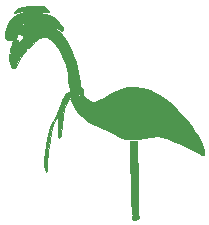
<source format=gbo>
G04 #@! TF.GenerationSoftware,KiCad,Pcbnew,7.0.2*
G04 #@! TF.CreationDate,2023-06-01T00:45:36-07:00*
G04 #@! TF.ProjectId,Reflow Skillet Rev 1,5265666c-6f77-4205-936b-696c6c657420,rev?*
G04 #@! TF.SameCoordinates,Original*
G04 #@! TF.FileFunction,Legend,Bot*
G04 #@! TF.FilePolarity,Positive*
%FSLAX46Y46*%
G04 Gerber Fmt 4.6, Leading zero omitted, Abs format (unit mm)*
G04 Created by KiCad (PCBNEW 7.0.2) date 2023-06-01 00:45:36*
%MOMM*%
%LPD*%
G01*
G04 APERTURE LIST*
%ADD10C,0.010000*%
%ADD11C,1.879600*%
%ADD12R,1.700000X1.700000*%
%ADD13C,1.700000*%
%ADD14C,1.930400*%
%ADD15C,2.500000*%
%ADD16R,2.100000X2.100000*%
%ADD17C,2.100000*%
G04 APERTURE END LIST*
D10*
X135448829Y-57889751D02*
X135594962Y-57932790D01*
X135634568Y-58041223D01*
X135626613Y-58128385D01*
X135578124Y-58252889D01*
X135475698Y-58291201D01*
X135281790Y-58309334D01*
X135194333Y-58305832D01*
X135071465Y-58252024D01*
X135041901Y-58097667D01*
X135055797Y-57972980D01*
X135137837Y-57901815D01*
X135338235Y-57886001D01*
X135448829Y-57889751D01*
G36*
X135448829Y-57889751D02*
G01*
X135594962Y-57932790D01*
X135634568Y-58041223D01*
X135626613Y-58128385D01*
X135578124Y-58252889D01*
X135475698Y-58291201D01*
X135281790Y-58309334D01*
X135194333Y-58305832D01*
X135071465Y-58252024D01*
X135041901Y-58097667D01*
X135055797Y-57972980D01*
X135137837Y-57901815D01*
X135338235Y-57886001D01*
X135448829Y-57889751D01*
G37*
X135498298Y-52573167D02*
X135506489Y-52750717D01*
X135522078Y-53188452D01*
X135537497Y-53736724D01*
X135551819Y-54357408D01*
X135564118Y-55012376D01*
X135573464Y-55663501D01*
X135598863Y-57801334D01*
X135061192Y-57801334D01*
X135010421Y-56467834D01*
X134994609Y-56038578D01*
X134972644Y-55411356D01*
X134949397Y-54720293D01*
X134926802Y-54023104D01*
X134906795Y-53377501D01*
X134853940Y-51620667D01*
X135448530Y-51620667D01*
X135498298Y-52573167D01*
G36*
X135498298Y-52573167D02*
G01*
X135506489Y-52750717D01*
X135522078Y-53188452D01*
X135537497Y-53736724D01*
X135551819Y-54357408D01*
X135564118Y-55012376D01*
X135573464Y-55663501D01*
X135598863Y-57801334D01*
X135061192Y-57801334D01*
X135010421Y-56467834D01*
X134994609Y-56038578D01*
X134972644Y-55411356D01*
X134949397Y-54720293D01*
X134926802Y-54023104D01*
X134906795Y-53377501D01*
X134853940Y-51620667D01*
X135448530Y-51620667D01*
X135498298Y-52573167D01*
G37*
X130821077Y-47157605D02*
X130887407Y-47322343D01*
X130893594Y-47340361D01*
X130944429Y-47522568D01*
X130948766Y-47614025D01*
X130880303Y-47641544D01*
X130687455Y-47699308D01*
X130419217Y-47770809D01*
X130208844Y-47833607D01*
X129878638Y-47992107D01*
X129622963Y-48220454D01*
X129431627Y-48538217D01*
X129294440Y-48964962D01*
X129201211Y-49520256D01*
X129141749Y-50223667D01*
X129124454Y-50482672D01*
X129081258Y-50897327D01*
X129023701Y-51170474D01*
X128946973Y-51320720D01*
X128846266Y-51366667D01*
X128815324Y-51337452D01*
X128787911Y-51180899D01*
X128782146Y-50878969D01*
X128797444Y-50420307D01*
X128810536Y-50136676D01*
X128821363Y-49826713D01*
X128818129Y-49648204D01*
X128797609Y-49578353D01*
X128756580Y-49594365D01*
X128691819Y-49673444D01*
X128551576Y-49895976D01*
X128366398Y-50334787D01*
X128208333Y-50908975D01*
X128075658Y-51626727D01*
X127966645Y-52496229D01*
X127879568Y-53525667D01*
X127869337Y-53672844D01*
X127844127Y-53999897D01*
X127821294Y-54185170D01*
X127794572Y-54248964D01*
X127757697Y-54211584D01*
X127704404Y-54093332D01*
X127667366Y-53986221D01*
X127635710Y-53806207D01*
X127626901Y-53560218D01*
X127640198Y-53214222D01*
X127674863Y-52734188D01*
X127762438Y-51935371D01*
X127913856Y-51138222D01*
X128121884Y-50474089D01*
X128390511Y-49927334D01*
X128436839Y-49847476D01*
X128607095Y-49510524D01*
X128785903Y-49104867D01*
X128941417Y-48701376D01*
X129004800Y-48527518D01*
X129139080Y-48193952D01*
X129261790Y-47930329D01*
X129352555Y-47782200D01*
X129427267Y-47711949D01*
X129697656Y-47529027D01*
X130063440Y-47340810D01*
X130476625Y-47173295D01*
X130586771Y-47135143D01*
X130740614Y-47102370D01*
X130821077Y-47157605D01*
G36*
X130821077Y-47157605D02*
G01*
X130887407Y-47322343D01*
X130893594Y-47340361D01*
X130944429Y-47522568D01*
X130948766Y-47614025D01*
X130880303Y-47641544D01*
X130687455Y-47699308D01*
X130419217Y-47770809D01*
X130208844Y-47833607D01*
X129878638Y-47992107D01*
X129622963Y-48220454D01*
X129431627Y-48538217D01*
X129294440Y-48964962D01*
X129201211Y-49520256D01*
X129141749Y-50223667D01*
X129124454Y-50482672D01*
X129081258Y-50897327D01*
X129023701Y-51170474D01*
X128946973Y-51320720D01*
X128846266Y-51366667D01*
X128815324Y-51337452D01*
X128787911Y-51180899D01*
X128782146Y-50878969D01*
X128797444Y-50420307D01*
X128810536Y-50136676D01*
X128821363Y-49826713D01*
X128818129Y-49648204D01*
X128797609Y-49578353D01*
X128756580Y-49594365D01*
X128691819Y-49673444D01*
X128551576Y-49895976D01*
X128366398Y-50334787D01*
X128208333Y-50908975D01*
X128075658Y-51626727D01*
X127966645Y-52496229D01*
X127879568Y-53525667D01*
X127869337Y-53672844D01*
X127844127Y-53999897D01*
X127821294Y-54185170D01*
X127794572Y-54248964D01*
X127757697Y-54211584D01*
X127704404Y-54093332D01*
X127667366Y-53986221D01*
X127635710Y-53806207D01*
X127626901Y-53560218D01*
X127640198Y-53214222D01*
X127674863Y-52734188D01*
X127762438Y-51935371D01*
X127913856Y-51138222D01*
X128121884Y-50474089D01*
X128390511Y-49927334D01*
X128436839Y-49847476D01*
X128607095Y-49510524D01*
X128785903Y-49104867D01*
X128941417Y-48701376D01*
X129004800Y-48527518D01*
X129139080Y-48193952D01*
X129261790Y-47930329D01*
X129352555Y-47782200D01*
X129427267Y-47711949D01*
X129697656Y-47529027D01*
X130063440Y-47340810D01*
X130476625Y-47173295D01*
X130586771Y-47135143D01*
X130740614Y-47102370D01*
X130821077Y-47157605D01*
G37*
X135913513Y-47145086D02*
X136576456Y-47374166D01*
X137320806Y-47732602D01*
X137502996Y-47838217D01*
X137993697Y-48187776D01*
X138522548Y-48641012D01*
X139058447Y-49166322D01*
X139570289Y-49732103D01*
X140026974Y-50306753D01*
X140397397Y-50858667D01*
X140540963Y-51102534D01*
X140863402Y-51691977D01*
X141077746Y-52160238D01*
X141186072Y-52512283D01*
X141190459Y-52753076D01*
X141182259Y-52784988D01*
X141154331Y-52853624D01*
X141101030Y-52880472D01*
X140997817Y-52857460D01*
X140820153Y-52776511D01*
X140543500Y-52629553D01*
X140143319Y-52408510D01*
X139750020Y-52202228D01*
X139208353Y-51943871D01*
X138664671Y-51707671D01*
X138192211Y-51526726D01*
X137236186Y-51196911D01*
X136625877Y-51341143D01*
X136555896Y-51356916D01*
X136074715Y-51434153D01*
X135551078Y-51475091D01*
X135036789Y-51479034D01*
X134583653Y-51445286D01*
X134243474Y-51373150D01*
X134053582Y-51296497D01*
X133741538Y-51146814D01*
X133428468Y-50976159D01*
X133114686Y-50809719D01*
X132710336Y-50622321D01*
X132321895Y-50465106D01*
X131955458Y-50315805D01*
X131570617Y-50133440D01*
X131262319Y-49961981D01*
X131144583Y-49879504D01*
X130875707Y-49641756D01*
X130605144Y-49347545D01*
X130353218Y-49026151D01*
X130140251Y-48706856D01*
X129986566Y-48418941D01*
X129912484Y-48191686D01*
X129938330Y-48054372D01*
X130006344Y-48016348D01*
X130203987Y-47943557D01*
X130470643Y-47865799D01*
X130470889Y-47865735D01*
X130737573Y-47800853D01*
X130895698Y-47787231D01*
X130999921Y-47831177D01*
X131104901Y-47938998D01*
X131186747Y-48028391D01*
X131414147Y-48218251D01*
X131654570Y-48313679D01*
X131931514Y-48311982D01*
X132268480Y-48210471D01*
X132688965Y-48006455D01*
X133216468Y-47697244D01*
X133524096Y-47517568D01*
X134137269Y-47231602D01*
X134721505Y-47074041D01*
X135304392Y-47045123D01*
X135913513Y-47145086D01*
G36*
X135913513Y-47145086D02*
G01*
X136576456Y-47374166D01*
X137320806Y-47732602D01*
X137502996Y-47838217D01*
X137993697Y-48187776D01*
X138522548Y-48641012D01*
X139058447Y-49166322D01*
X139570289Y-49732103D01*
X140026974Y-50306753D01*
X140397397Y-50858667D01*
X140540963Y-51102534D01*
X140863402Y-51691977D01*
X141077746Y-52160238D01*
X141186072Y-52512283D01*
X141190459Y-52753076D01*
X141182259Y-52784988D01*
X141154331Y-52853624D01*
X141101030Y-52880472D01*
X140997817Y-52857460D01*
X140820153Y-52776511D01*
X140543500Y-52629553D01*
X140143319Y-52408510D01*
X139750020Y-52202228D01*
X139208353Y-51943871D01*
X138664671Y-51707671D01*
X138192211Y-51526726D01*
X137236186Y-51196911D01*
X136625877Y-51341143D01*
X136555896Y-51356916D01*
X136074715Y-51434153D01*
X135551078Y-51475091D01*
X135036789Y-51479034D01*
X134583653Y-51445286D01*
X134243474Y-51373150D01*
X134053582Y-51296497D01*
X133741538Y-51146814D01*
X133428468Y-50976159D01*
X133114686Y-50809719D01*
X132710336Y-50622321D01*
X132321895Y-50465106D01*
X131955458Y-50315805D01*
X131570617Y-50133440D01*
X131262319Y-49961981D01*
X131144583Y-49879504D01*
X130875707Y-49641756D01*
X130605144Y-49347545D01*
X130353218Y-49026151D01*
X130140251Y-48706856D01*
X129986566Y-48418941D01*
X129912484Y-48191686D01*
X129938330Y-48054372D01*
X130006344Y-48016348D01*
X130203987Y-47943557D01*
X130470643Y-47865799D01*
X130470889Y-47865735D01*
X130737573Y-47800853D01*
X130895698Y-47787231D01*
X130999921Y-47831177D01*
X131104901Y-47938998D01*
X131186747Y-48028391D01*
X131414147Y-48218251D01*
X131654570Y-48313679D01*
X131931514Y-48311982D01*
X132268480Y-48210471D01*
X132688965Y-48006455D01*
X133216468Y-47697244D01*
X133524096Y-47517568D01*
X134137269Y-47231602D01*
X134721505Y-47074041D01*
X135304392Y-47045123D01*
X135913513Y-47145086D01*
G37*
X127371858Y-41611071D02*
X127497787Y-41630000D01*
X127661655Y-41654695D01*
X127665603Y-41655290D01*
X127988601Y-41778910D01*
X128352908Y-41981904D01*
X128713271Y-42237877D01*
X129024435Y-42520434D01*
X129144580Y-42656559D01*
X129486565Y-43134987D01*
X129811001Y-43711344D01*
X130090666Y-44333710D01*
X130298338Y-44950165D01*
X130302160Y-44964208D01*
X130417979Y-45418840D01*
X130518829Y-45867505D01*
X130599066Y-46278648D01*
X130653051Y-46620715D01*
X130675141Y-46862154D01*
X130659697Y-46971411D01*
X130643979Y-46982814D01*
X130499653Y-47050553D01*
X130280581Y-47129283D01*
X130223819Y-47148432D01*
X130021544Y-47234859D01*
X129914897Y-47310225D01*
X129839780Y-47369850D01*
X129775352Y-47277272D01*
X129722288Y-47024483D01*
X129679092Y-46607026D01*
X129606410Y-46011791D01*
X129428703Y-45221528D01*
X129172308Y-44487014D01*
X128850571Y-43844622D01*
X128476838Y-43330722D01*
X128189521Y-43064232D01*
X127830550Y-42865309D01*
X127486900Y-42815424D01*
X127176508Y-42916425D01*
X126917312Y-43170157D01*
X126876140Y-43227473D01*
X126667581Y-43474928D01*
X126460609Y-43670052D01*
X126411192Y-43708142D01*
X126261349Y-43802736D01*
X126136899Y-43799069D01*
X125952609Y-43702605D01*
X125924604Y-43686028D01*
X125734995Y-43558030D01*
X125624031Y-43456710D01*
X125586619Y-43415480D01*
X125560531Y-43469326D01*
X125561189Y-43477736D01*
X125640845Y-43587176D01*
X125813235Y-43704334D01*
X125968055Y-43799959D01*
X126048979Y-43925654D01*
X126001106Y-44089987D01*
X125848950Y-44297001D01*
X125825132Y-44329407D01*
X125587584Y-44615813D01*
X125093568Y-44321475D01*
X125324830Y-44505654D01*
X125556091Y-44689834D01*
X125341717Y-45112880D01*
X125243028Y-45286354D01*
X125116047Y-45452586D01*
X125025789Y-45504088D01*
X124935131Y-45447554D01*
X124810106Y-45271072D01*
X124712721Y-45026029D01*
X124651800Y-44756811D01*
X124636168Y-44507805D01*
X124674649Y-44323400D01*
X124710150Y-44297001D01*
X124966568Y-44297001D01*
X125008901Y-44339334D01*
X125051235Y-44297001D01*
X125008901Y-44254667D01*
X124966568Y-44297001D01*
X124710150Y-44297001D01*
X124776068Y-44247983D01*
X124848100Y-44235867D01*
X124818401Y-44198594D01*
X124727285Y-44096490D01*
X124742401Y-43873180D01*
X124881901Y-43535000D01*
X124914568Y-43466184D01*
X125012018Y-43188502D01*
X125051235Y-42950583D01*
X125055908Y-42795752D01*
X125087436Y-42761738D01*
X125171018Y-42862115D01*
X125242308Y-43001195D01*
X125192184Y-43095510D01*
X125178962Y-43128029D01*
X125294671Y-43108143D01*
X125424260Y-43087619D01*
X125441457Y-43139080D01*
X125427855Y-43181862D01*
X125486269Y-43288232D01*
X125535138Y-43309600D01*
X125524888Y-43251590D01*
X125533772Y-43164969D01*
X125679428Y-43071922D01*
X125750640Y-43041926D01*
X125848447Y-42950139D01*
X125823556Y-42796914D01*
X125743819Y-42674233D01*
X125528935Y-42576877D01*
X125458005Y-42570788D01*
X125334418Y-42604744D01*
X125302660Y-42746210D01*
X125300335Y-42823184D01*
X125278490Y-42884346D01*
X125214414Y-42795289D01*
X125192230Y-42747968D01*
X125190969Y-42545235D01*
X125306978Y-42377325D01*
X125502947Y-42307334D01*
X125620393Y-42320803D01*
X125823284Y-42446644D01*
X125907723Y-42684101D01*
X125911022Y-42735704D01*
X125925649Y-42800312D01*
X125957478Y-42703201D01*
X125964011Y-42636903D01*
X125891177Y-42444606D01*
X125724797Y-42287610D01*
X125516901Y-42222667D01*
X125513047Y-42222687D01*
X125280740Y-42303848D01*
X125099593Y-42523063D01*
X124993477Y-42851650D01*
X124989807Y-42873987D01*
X124942446Y-43066037D01*
X124856141Y-43138642D01*
X124681125Y-43137318D01*
X124490260Y-43082690D01*
X124339918Y-42907037D01*
X124309542Y-42613158D01*
X124398857Y-42200138D01*
X124408942Y-42168686D01*
X124422713Y-42138001D01*
X125496168Y-42138001D01*
X125532818Y-42120499D01*
X125636342Y-42020110D01*
X125777847Y-41907341D01*
X125988090Y-41797047D01*
X126009776Y-41787870D01*
X126162525Y-41707814D01*
X126204818Y-41654695D01*
X126192106Y-41648371D01*
X126072261Y-41675001D01*
X125888958Y-41764533D01*
X125700169Y-41885246D01*
X125563868Y-42005418D01*
X125506491Y-42084764D01*
X125496168Y-42138001D01*
X124422713Y-42138001D01*
X124662673Y-41603327D01*
X126370373Y-41603327D01*
X126490568Y-41616632D01*
X126607038Y-41604830D01*
X126596401Y-41573927D01*
X126558077Y-41562745D01*
X126384735Y-41573927D01*
X126370373Y-41603327D01*
X124662673Y-41603327D01*
X124662987Y-41602628D01*
X125008965Y-41170982D01*
X125440207Y-40880045D01*
X125950039Y-40736112D01*
X125972172Y-40733547D01*
X126323487Y-40722799D01*
X126771359Y-40746744D01*
X127253280Y-40798764D01*
X127706744Y-40872237D01*
X128069242Y-40960544D01*
X128261670Y-41064130D01*
X128502315Y-41253636D01*
X128752880Y-41491167D01*
X128976946Y-41739414D01*
X129138093Y-41961069D01*
X129199901Y-42118821D01*
X129195106Y-42209743D01*
X129153228Y-42302324D01*
X129048604Y-42302378D01*
X128857756Y-42205887D01*
X128557207Y-42008833D01*
X128407863Y-41911689D01*
X128064120Y-41723390D01*
X127751648Y-41596450D01*
X127505695Y-41543583D01*
X127361509Y-41577504D01*
X127369934Y-41604830D01*
X127371858Y-41611071D01*
G36*
X127371858Y-41611071D02*
G01*
X127497787Y-41630000D01*
X127661655Y-41654695D01*
X127665603Y-41655290D01*
X127988601Y-41778910D01*
X128352908Y-41981904D01*
X128713271Y-42237877D01*
X129024435Y-42520434D01*
X129144580Y-42656559D01*
X129486565Y-43134987D01*
X129811001Y-43711344D01*
X130090666Y-44333710D01*
X130298338Y-44950165D01*
X130302160Y-44964208D01*
X130417979Y-45418840D01*
X130518829Y-45867505D01*
X130599066Y-46278648D01*
X130653051Y-46620715D01*
X130675141Y-46862154D01*
X130659697Y-46971411D01*
X130643979Y-46982814D01*
X130499653Y-47050553D01*
X130280581Y-47129283D01*
X130223819Y-47148432D01*
X130021544Y-47234859D01*
X129914897Y-47310225D01*
X129839780Y-47369850D01*
X129775352Y-47277272D01*
X129722288Y-47024483D01*
X129679092Y-46607026D01*
X129606410Y-46011791D01*
X129428703Y-45221528D01*
X129172308Y-44487014D01*
X128850571Y-43844622D01*
X128476838Y-43330722D01*
X128189521Y-43064232D01*
X127830550Y-42865309D01*
X127486900Y-42815424D01*
X127176508Y-42916425D01*
X126917312Y-43170157D01*
X126876140Y-43227473D01*
X126667581Y-43474928D01*
X126460609Y-43670052D01*
X126411192Y-43708142D01*
X126261349Y-43802736D01*
X126136899Y-43799069D01*
X125952609Y-43702605D01*
X125924604Y-43686028D01*
X125734995Y-43558030D01*
X125624031Y-43456710D01*
X125586619Y-43415480D01*
X125560531Y-43469326D01*
X125561189Y-43477736D01*
X125640845Y-43587176D01*
X125813235Y-43704334D01*
X125968055Y-43799959D01*
X126048979Y-43925654D01*
X126001106Y-44089987D01*
X125848950Y-44297001D01*
X125825132Y-44329407D01*
X125587584Y-44615813D01*
X125093568Y-44321475D01*
X125324830Y-44505654D01*
X125556091Y-44689834D01*
X125341717Y-45112880D01*
X125243028Y-45286354D01*
X125116047Y-45452586D01*
X125025789Y-45504088D01*
X124935131Y-45447554D01*
X124810106Y-45271072D01*
X124712721Y-45026029D01*
X124651800Y-44756811D01*
X124636168Y-44507805D01*
X124674649Y-44323400D01*
X124710150Y-44297001D01*
X124966568Y-44297001D01*
X125008901Y-44339334D01*
X125051235Y-44297001D01*
X125008901Y-44254667D01*
X124966568Y-44297001D01*
X124710150Y-44297001D01*
X124776068Y-44247983D01*
X124848100Y-44235867D01*
X124818401Y-44198594D01*
X124727285Y-44096490D01*
X124742401Y-43873180D01*
X124881901Y-43535000D01*
X124914568Y-43466184D01*
X125012018Y-43188502D01*
X125051235Y-42950583D01*
X125055908Y-42795752D01*
X125087436Y-42761738D01*
X125171018Y-42862115D01*
X125242308Y-43001195D01*
X125192184Y-43095510D01*
X125178962Y-43128029D01*
X125294671Y-43108143D01*
X125424260Y-43087619D01*
X125441457Y-43139080D01*
X125427855Y-43181862D01*
X125486269Y-43288232D01*
X125535138Y-43309600D01*
X125524888Y-43251590D01*
X125533772Y-43164969D01*
X125679428Y-43071922D01*
X125750640Y-43041926D01*
X125848447Y-42950139D01*
X125823556Y-42796914D01*
X125743819Y-42674233D01*
X125528935Y-42576877D01*
X125458005Y-42570788D01*
X125334418Y-42604744D01*
X125302660Y-42746210D01*
X125300335Y-42823184D01*
X125278490Y-42884346D01*
X125214414Y-42795289D01*
X125192230Y-42747968D01*
X125190969Y-42545235D01*
X125306978Y-42377325D01*
X125502947Y-42307334D01*
X125620393Y-42320803D01*
X125823284Y-42446644D01*
X125907723Y-42684101D01*
X125911022Y-42735704D01*
X125925649Y-42800312D01*
X125957478Y-42703201D01*
X125964011Y-42636903D01*
X125891177Y-42444606D01*
X125724797Y-42287610D01*
X125516901Y-42222667D01*
X125513047Y-42222687D01*
X125280740Y-42303848D01*
X125099593Y-42523063D01*
X124993477Y-42851650D01*
X124989807Y-42873987D01*
X124942446Y-43066037D01*
X124856141Y-43138642D01*
X124681125Y-43137318D01*
X124490260Y-43082690D01*
X124339918Y-42907037D01*
X124309542Y-42613158D01*
X124398857Y-42200138D01*
X124408942Y-42168686D01*
X124422713Y-42138001D01*
X125496168Y-42138001D01*
X125532818Y-42120499D01*
X125636342Y-42020110D01*
X125777847Y-41907341D01*
X125988090Y-41797047D01*
X126009776Y-41787870D01*
X126162525Y-41707814D01*
X126204818Y-41654695D01*
X126192106Y-41648371D01*
X126072261Y-41675001D01*
X125888958Y-41764533D01*
X125700169Y-41885246D01*
X125563868Y-42005418D01*
X125506491Y-42084764D01*
X125496168Y-42138001D01*
X124422713Y-42138001D01*
X124662673Y-41603327D01*
X126370373Y-41603327D01*
X126490568Y-41616632D01*
X126607038Y-41604830D01*
X126596401Y-41573927D01*
X126558077Y-41562745D01*
X126384735Y-41573927D01*
X126370373Y-41603327D01*
X124662673Y-41603327D01*
X124662987Y-41602628D01*
X125008965Y-41170982D01*
X125440207Y-40880045D01*
X125950039Y-40736112D01*
X125972172Y-40733547D01*
X126323487Y-40722799D01*
X126771359Y-40746744D01*
X127253280Y-40798764D01*
X127706744Y-40872237D01*
X128069242Y-40960544D01*
X128261670Y-41064130D01*
X128502315Y-41253636D01*
X128752880Y-41491167D01*
X128976946Y-41739414D01*
X129138093Y-41961069D01*
X129199901Y-42118821D01*
X129195106Y-42209743D01*
X129153228Y-42302324D01*
X129048604Y-42302378D01*
X128857756Y-42205887D01*
X128557207Y-42008833D01*
X128407863Y-41911689D01*
X128064120Y-41723390D01*
X127751648Y-41596450D01*
X127505695Y-41543583D01*
X127361509Y-41577504D01*
X127369934Y-41604830D01*
X127371858Y-41611071D01*
G37*
X127027053Y-40190932D02*
X127340349Y-40200027D01*
X127543403Y-40230274D01*
X127683207Y-40292738D01*
X127806750Y-40398485D01*
X127943134Y-40550844D01*
X128009872Y-40696430D01*
X127928133Y-40762689D01*
X127697068Y-40752361D01*
X127598135Y-40739279D01*
X127308296Y-40710231D01*
X126934533Y-40680064D01*
X126532901Y-40653536D01*
X126143268Y-40636118D01*
X125832434Y-40639307D01*
X125621530Y-40669027D01*
X125474568Y-40727804D01*
X125391702Y-40773080D01*
X125176079Y-40851444D01*
X125063350Y-40831048D01*
X125072133Y-40725165D01*
X125221042Y-40547064D01*
X125458328Y-40405470D01*
X125845270Y-40290116D01*
X126343409Y-40216525D01*
X126924209Y-40190667D01*
X127027053Y-40190932D01*
G36*
X127027053Y-40190932D02*
G01*
X127340349Y-40200027D01*
X127543403Y-40230274D01*
X127683207Y-40292738D01*
X127806750Y-40398485D01*
X127943134Y-40550844D01*
X128009872Y-40696430D01*
X127928133Y-40762689D01*
X127697068Y-40752361D01*
X127598135Y-40739279D01*
X127308296Y-40710231D01*
X126934533Y-40680064D01*
X126532901Y-40653536D01*
X126143268Y-40636118D01*
X125832434Y-40639307D01*
X125621530Y-40669027D01*
X125474568Y-40727804D01*
X125391702Y-40773080D01*
X125176079Y-40851444D01*
X125063350Y-40831048D01*
X125072133Y-40725165D01*
X125221042Y-40547064D01*
X125458328Y-40405470D01*
X125845270Y-40290116D01*
X126343409Y-40216525D01*
X126924209Y-40190667D01*
X127027053Y-40190932D01*
G37*
%LPC*%
D11*
X190080000Y-57000000D03*
X187540000Y-57000000D03*
X185000000Y-57000000D03*
X182460000Y-57000000D03*
X179920000Y-57000000D03*
X177380000Y-57000000D03*
X174840000Y-57000000D03*
X172300000Y-57000000D03*
X169760000Y-57000000D03*
X167220000Y-57000000D03*
X164680000Y-57000000D03*
X162140000Y-57000000D03*
X190080000Y-72240000D03*
X187540000Y-72240000D03*
X185000000Y-72240000D03*
X182460000Y-72240000D03*
X179920000Y-72240000D03*
X177380000Y-72240000D03*
X174840000Y-72240000D03*
X172300000Y-72240000D03*
X169760000Y-72240000D03*
X167220000Y-72240000D03*
X164680000Y-72240000D03*
X162140000Y-72240000D03*
D12*
X147500000Y-70500000D03*
D13*
X141000000Y-70500000D03*
X147500000Y-66000000D03*
X141000000Y-66000000D03*
D14*
X147239000Y-34632000D03*
X144699000Y-34632000D03*
X142159000Y-34632000D03*
X139619000Y-34632000D03*
X137079000Y-34632000D03*
X134539000Y-34632000D03*
X131999000Y-34632000D03*
X129459000Y-34632000D03*
D15*
X152849000Y-64062000D03*
X123849000Y-64062000D03*
D16*
X194000000Y-53000000D03*
D17*
X194000000Y-50460000D03*
D15*
X123000000Y-33000000D03*
X123000000Y-71000000D03*
X195000000Y-33000000D03*
X186509000Y-33475000D03*
X186509000Y-52525000D03*
D11*
X169872000Y-53160000D03*
X169872000Y-50620000D03*
X169872000Y-48080000D03*
X169872000Y-45540000D03*
X169872000Y-43000000D03*
X169872000Y-40460000D03*
X169872000Y-37920000D03*
X169872000Y-35380000D03*
X169872000Y-32840000D03*
D12*
X136000000Y-70500000D03*
D13*
X129500000Y-70500000D03*
X136000000Y-66000000D03*
X129500000Y-66000000D03*
D15*
X195000000Y-71000000D03*
%LPD*%
M02*

</source>
